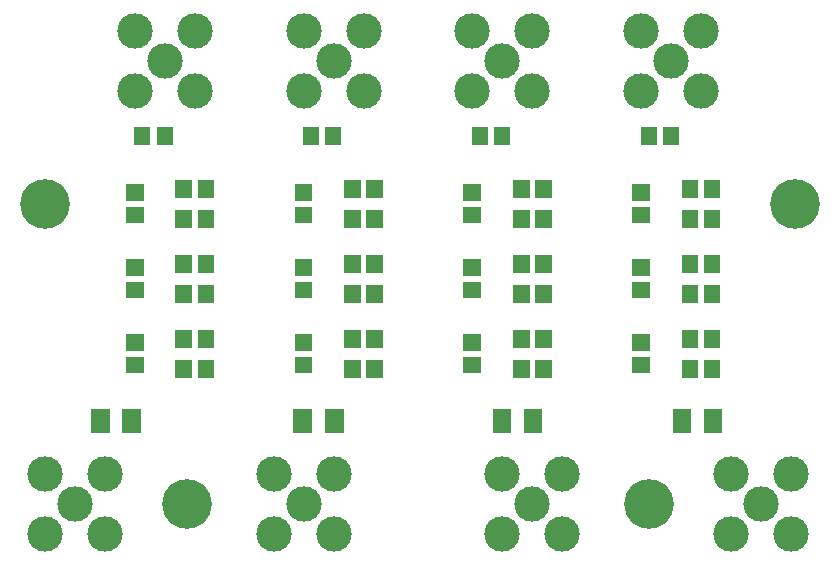
<source format=gts>
G04 Layer: TopSolderMaskLayer*
G04 EasyEDA v6.1.51, Wed, 19 Jun 2019 18:44:14 GMT*
G04 e07e6d747a584c628bb32b84df99dd00,dd6e2cb4672846f4b5eb8f4429f9b141,10*
G04 Gerber Generator version 0.2*
G04 Scale: 100 percent, Rotated: No, Reflected: No *
G04 Dimensions in inches *
G04 leading zeros omitted , absolute positions ,2 integer and 4 decimal *
%FSLAX24Y24*%
%MOIN*%
G90*
G70D02*

%ADD22R,0.055200X0.059200*%
%ADD23C,0.118236*%
%ADD24R,0.063100X0.078900*%
%ADD25C,0.165480*%

%LPD*%
G36*
G01X4203Y9969D02*
G01X4203Y10521D01*
G01X4796Y10521D01*
G01X4796Y9969D01*
G01X4203Y9969D01*
G37*
G36*
G01X4203Y9228D02*
G01X4203Y9780D01*
G01X4796Y9780D01*
G01X4796Y9228D01*
G01X4203Y9228D01*
G37*
G36*
G01X4203Y7469D02*
G01X4203Y8021D01*
G01X4796Y8021D01*
G01X4796Y7469D01*
G01X4203Y7469D01*
G37*
G36*
G01X4203Y6728D02*
G01X4203Y7280D01*
G01X4796Y7280D01*
G01X4796Y6728D01*
G01X4203Y6728D01*
G37*
G36*
G01X9828Y9969D02*
G01X9828Y10521D01*
G01X10421Y10521D01*
G01X10421Y9969D01*
G01X9828Y9969D01*
G37*
G36*
G01X9828Y9228D02*
G01X9828Y9780D01*
G01X10421Y9780D01*
G01X10421Y9228D01*
G01X9828Y9228D01*
G37*
G36*
G01X9828Y7469D02*
G01X9828Y8021D01*
G01X10421Y8021D01*
G01X10421Y7469D01*
G01X9828Y7469D01*
G37*
G36*
G01X9828Y6728D02*
G01X9828Y7280D01*
G01X10421Y7280D01*
G01X10421Y6728D01*
G01X9828Y6728D01*
G37*
G36*
G01X15453Y9969D02*
G01X15453Y10521D01*
G01X16046Y10521D01*
G01X16046Y9969D01*
G01X15453Y9969D01*
G37*
G36*
G01X15453Y9228D02*
G01X15453Y9780D01*
G01X16046Y9780D01*
G01X16046Y9228D01*
G01X15453Y9228D01*
G37*
G36*
G01X15453Y7469D02*
G01X15453Y8021D01*
G01X16046Y8021D01*
G01X16046Y7469D01*
G01X15453Y7469D01*
G37*
G36*
G01X15453Y6728D02*
G01X15453Y7280D01*
G01X16046Y7280D01*
G01X16046Y6728D01*
G01X15453Y6728D01*
G37*
G36*
G01X21078Y9969D02*
G01X21078Y10521D01*
G01X21671Y10521D01*
G01X21671Y9969D01*
G01X21078Y9969D01*
G37*
G36*
G01X21078Y9228D02*
G01X21078Y9780D01*
G01X21671Y9780D01*
G01X21671Y9228D01*
G01X21078Y9228D01*
G37*
G36*
G01X21078Y7469D02*
G01X21078Y8021D01*
G01X21671Y8021D01*
G01X21671Y7469D01*
G01X21078Y7469D01*
G37*
G36*
G01X21078Y6728D02*
G01X21078Y7280D01*
G01X21671Y7280D01*
G01X21671Y6728D01*
G01X21078Y6728D01*
G37*
G36*
G01X12218Y12578D02*
G01X12218Y13171D01*
G01X12771Y13171D01*
G01X12771Y12578D01*
G01X12218Y12578D01*
G37*
G36*
G01X11478Y12578D02*
G01X11478Y13171D01*
G01X12031Y13171D01*
G01X12031Y12578D01*
G01X11478Y12578D01*
G37*
G36*
G01X17843Y12578D02*
G01X17843Y13171D01*
G01X18396Y13171D01*
G01X18396Y12578D01*
G01X17843Y12578D01*
G37*
G36*
G01X17103Y12578D02*
G01X17103Y13171D01*
G01X17656Y13171D01*
G01X17656Y12578D01*
G01X17103Y12578D01*
G37*
G36*
G01X17843Y11578D02*
G01X17843Y12171D01*
G01X18396Y12171D01*
G01X18396Y11578D01*
G01X17843Y11578D01*
G37*
G36*
G01X17103Y11578D02*
G01X17103Y12171D01*
G01X17656Y12171D01*
G01X17656Y11578D01*
G01X17103Y11578D01*
G37*
G36*
G01X23468Y12578D02*
G01X23468Y13171D01*
G01X24021Y13171D01*
G01X24021Y12578D01*
G01X23468Y12578D01*
G37*
G36*
G01X22728Y12578D02*
G01X22728Y13171D01*
G01X23281Y13171D01*
G01X23281Y12578D01*
G01X22728Y12578D01*
G37*
G36*
G01X23468Y11578D02*
G01X23468Y12171D01*
G01X24021Y12171D01*
G01X24021Y11578D01*
G01X23468Y11578D01*
G37*
G36*
G01X22728Y11578D02*
G01X22728Y12171D01*
G01X23281Y12171D01*
G01X23281Y11578D01*
G01X22728Y11578D01*
G37*
G54D23*
G01X5500Y17125D03*
G01X6500Y18125D03*
G01X6500Y16125D03*
G01X4500Y16125D03*
G01X4500Y18125D03*
G01X2500Y2375D03*
G01X3500Y3375D03*
G01X3500Y1375D03*
G01X1500Y1375D03*
G01X1500Y3375D03*
G36*
G01X6593Y11578D02*
G01X6593Y12171D01*
G01X7146Y12171D01*
G01X7146Y11578D01*
G01X6593Y11578D01*
G37*
G36*
G01X5853Y11578D02*
G01X5853Y12171D01*
G01X6406Y12171D01*
G01X6406Y11578D01*
G01X5853Y11578D01*
G37*
G54D22*
G01X4755Y14625D03*
G01X5494Y14625D03*
G36*
G01X6593Y10078D02*
G01X6593Y10671D01*
G01X7146Y10671D01*
G01X7146Y10078D01*
G01X6593Y10078D01*
G37*
G36*
G01X5853Y10078D02*
G01X5853Y10671D01*
G01X6406Y10671D01*
G01X6406Y10078D01*
G01X5853Y10078D01*
G37*
G36*
G01X6593Y9078D02*
G01X6593Y9671D01*
G01X7146Y9671D01*
G01X7146Y9078D01*
G01X6593Y9078D01*
G37*
G36*
G01X5853Y9078D02*
G01X5853Y9671D01*
G01X6406Y9671D01*
G01X6406Y9078D01*
G01X5853Y9078D01*
G37*
G36*
G01X4203Y12469D02*
G01X4203Y13021D01*
G01X4796Y13021D01*
G01X4796Y12469D01*
G01X4203Y12469D01*
G37*
G36*
G01X4203Y11728D02*
G01X4203Y12280D01*
G01X4796Y12280D01*
G01X4796Y11728D01*
G01X4203Y11728D01*
G37*
G01X21630Y14625D03*
G01X22369Y14625D03*
G36*
G01X9828Y12469D02*
G01X9828Y13021D01*
G01X10421Y13021D01*
G01X10421Y12469D01*
G01X9828Y12469D01*
G37*
G36*
G01X9828Y11728D02*
G01X9828Y12280D01*
G01X10421Y12280D01*
G01X10421Y11728D01*
G01X9828Y11728D01*
G37*
G36*
G01X15453Y12469D02*
G01X15453Y13021D01*
G01X16046Y13021D01*
G01X16046Y12469D01*
G01X15453Y12469D01*
G37*
G36*
G01X15453Y11728D02*
G01X15453Y12280D01*
G01X16046Y12280D01*
G01X16046Y11728D01*
G01X15453Y11728D01*
G37*
G36*
G01X12218Y11578D02*
G01X12218Y12171D01*
G01X12771Y12171D01*
G01X12771Y11578D01*
G01X12218Y11578D01*
G37*
G36*
G01X11478Y11578D02*
G01X11478Y12171D01*
G01X12031Y12171D01*
G01X12031Y11578D01*
G01X11478Y11578D01*
G37*
G36*
G01X23468Y10078D02*
G01X23468Y10671D01*
G01X24021Y10671D01*
G01X24021Y10078D01*
G01X23468Y10078D01*
G37*
G36*
G01X22728Y10078D02*
G01X22728Y10671D01*
G01X23281Y10671D01*
G01X23281Y10078D01*
G01X22728Y10078D01*
G37*
G36*
G01X23468Y9078D02*
G01X23468Y9671D01*
G01X24021Y9671D01*
G01X24021Y9078D01*
G01X23468Y9078D01*
G37*
G36*
G01X22728Y9078D02*
G01X22728Y9671D01*
G01X23281Y9671D01*
G01X23281Y9078D01*
G01X22728Y9078D01*
G37*
G36*
G01X21078Y12469D02*
G01X21078Y13021D01*
G01X21671Y13021D01*
G01X21671Y12469D01*
G01X21078Y12469D01*
G37*
G36*
G01X21078Y11728D02*
G01X21078Y12280D01*
G01X21671Y12280D01*
G01X21671Y11728D01*
G01X21078Y11728D01*
G37*
G36*
G01X23468Y6578D02*
G01X23468Y7171D01*
G01X24021Y7171D01*
G01X24021Y6578D01*
G01X23468Y6578D01*
G37*
G36*
G01X22728Y6578D02*
G01X22728Y7171D01*
G01X23281Y7171D01*
G01X23281Y6578D01*
G01X22728Y6578D01*
G37*
G36*
G01X6593Y6578D02*
G01X6593Y7171D01*
G01X7146Y7171D01*
G01X7146Y6578D01*
G01X6593Y6578D01*
G37*
G36*
G01X5853Y6578D02*
G01X5853Y7171D01*
G01X6406Y7171D01*
G01X6406Y6578D01*
G01X5853Y6578D01*
G37*
G01X10380Y14625D03*
G01X11119Y14625D03*
G36*
G01X12218Y10078D02*
G01X12218Y10671D01*
G01X12771Y10671D01*
G01X12771Y10078D01*
G01X12218Y10078D01*
G37*
G36*
G01X11478Y10078D02*
G01X11478Y10671D01*
G01X12031Y10671D01*
G01X12031Y10078D01*
G01X11478Y10078D01*
G37*
G36*
G01X12218Y9078D02*
G01X12218Y9671D01*
G01X12771Y9671D01*
G01X12771Y9078D01*
G01X12218Y9078D01*
G37*
G36*
G01X11478Y9078D02*
G01X11478Y9671D01*
G01X12031Y9671D01*
G01X12031Y9078D01*
G01X11478Y9078D01*
G37*
G54D23*
G01X11125Y17125D03*
G01X12125Y18125D03*
G01X12125Y16125D03*
G01X10125Y16125D03*
G01X10125Y18125D03*
G01X10125Y2375D03*
G01X11125Y3375D03*
G01X11125Y1375D03*
G01X9125Y1375D03*
G01X9125Y3375D03*
G36*
G01X12218Y6578D02*
G01X12218Y7171D01*
G01X12771Y7171D01*
G01X12771Y6578D01*
G01X12218Y6578D01*
G37*
G36*
G01X11478Y6578D02*
G01X11478Y7171D01*
G01X12031Y7171D01*
G01X12031Y6578D01*
G01X11478Y6578D01*
G37*
G54D22*
G01X16005Y14625D03*
G01X16744Y14625D03*
G36*
G01X17843Y10078D02*
G01X17843Y10671D01*
G01X18396Y10671D01*
G01X18396Y10078D01*
G01X17843Y10078D01*
G37*
G36*
G01X17103Y10078D02*
G01X17103Y10671D01*
G01X17656Y10671D01*
G01X17656Y10078D01*
G01X17103Y10078D01*
G37*
G36*
G01X6593Y12578D02*
G01X6593Y13171D01*
G01X7146Y13171D01*
G01X7146Y12578D01*
G01X6593Y12578D01*
G37*
G36*
G01X5853Y12578D02*
G01X5853Y13171D01*
G01X6406Y13171D01*
G01X6406Y12578D01*
G01X5853Y12578D01*
G37*
G54D23*
G01X16750Y17125D03*
G01X17750Y18125D03*
G01X17750Y16125D03*
G01X15750Y16125D03*
G01X15750Y18125D03*
G01X17750Y2375D03*
G01X18750Y3375D03*
G01X18750Y1375D03*
G01X16750Y1375D03*
G01X16750Y3375D03*
G36*
G01X17843Y9078D02*
G01X17843Y9671D01*
G01X18396Y9671D01*
G01X18396Y9078D01*
G01X17843Y9078D01*
G37*
G36*
G01X17103Y9078D02*
G01X17103Y9671D01*
G01X17656Y9671D01*
G01X17656Y9078D01*
G01X17103Y9078D01*
G37*
G36*
G01X17843Y6578D02*
G01X17843Y7171D01*
G01X18396Y7171D01*
G01X18396Y6578D01*
G01X17843Y6578D01*
G37*
G36*
G01X17103Y6578D02*
G01X17103Y7171D01*
G01X17656Y7171D01*
G01X17656Y6578D01*
G01X17103Y6578D01*
G37*
G01X22375Y17125D03*
G01X23375Y18125D03*
G01X23375Y16125D03*
G01X21375Y16125D03*
G01X21375Y18125D03*
G01X25375Y2375D03*
G01X26375Y3375D03*
G01X26375Y1375D03*
G01X24375Y1375D03*
G01X24375Y3375D03*
G36*
G01X3039Y4730D02*
G01X3039Y5519D01*
G01X3671Y5519D01*
G01X3671Y4730D01*
G01X3039Y4730D01*
G37*
G36*
G01X4080Y4730D02*
G01X4080Y5519D01*
G01X4710Y5519D01*
G01X4710Y4730D01*
G01X4080Y4730D01*
G37*
G36*
G01X9789Y4730D02*
G01X9789Y5519D01*
G01X10421Y5519D01*
G01X10421Y4730D01*
G01X9789Y4730D01*
G37*
G36*
G01X10830Y4730D02*
G01X10830Y5519D01*
G01X11460Y5519D01*
G01X11460Y4730D01*
G01X10830Y4730D01*
G37*
G54D24*
G01X17769Y5125D03*
G01X16730Y5125D03*
G01X23769Y5125D03*
G01X22730Y5125D03*
G36*
G01X6593Y7578D02*
G01X6593Y8171D01*
G01X7146Y8171D01*
G01X7146Y7578D01*
G01X6593Y7578D01*
G37*
G36*
G01X5853Y7578D02*
G01X5853Y8171D01*
G01X6406Y8171D01*
G01X6406Y7578D01*
G01X5853Y7578D01*
G37*
G36*
G01X12218Y7578D02*
G01X12218Y8171D01*
G01X12771Y8171D01*
G01X12771Y7578D01*
G01X12218Y7578D01*
G37*
G36*
G01X11478Y7578D02*
G01X11478Y8171D01*
G01X12031Y8171D01*
G01X12031Y7578D01*
G01X11478Y7578D01*
G37*
G36*
G01X17843Y7578D02*
G01X17843Y8171D01*
G01X18396Y8171D01*
G01X18396Y7578D01*
G01X17843Y7578D01*
G37*
G36*
G01X17103Y7578D02*
G01X17103Y8171D01*
G01X17656Y8171D01*
G01X17656Y7578D01*
G01X17103Y7578D01*
G37*
G36*
G01X23468Y7578D02*
G01X23468Y8171D01*
G01X24021Y8171D01*
G01X24021Y7578D01*
G01X23468Y7578D01*
G37*
G36*
G01X22728Y7578D02*
G01X22728Y8171D01*
G01X23281Y8171D01*
G01X23281Y7578D01*
G01X22728Y7578D01*
G37*
G54D25*
G01X1500Y12375D03*
G01X6250Y2375D03*
G01X21625Y2375D03*
G01X26500Y12375D03*
M00*
M02*

</source>
